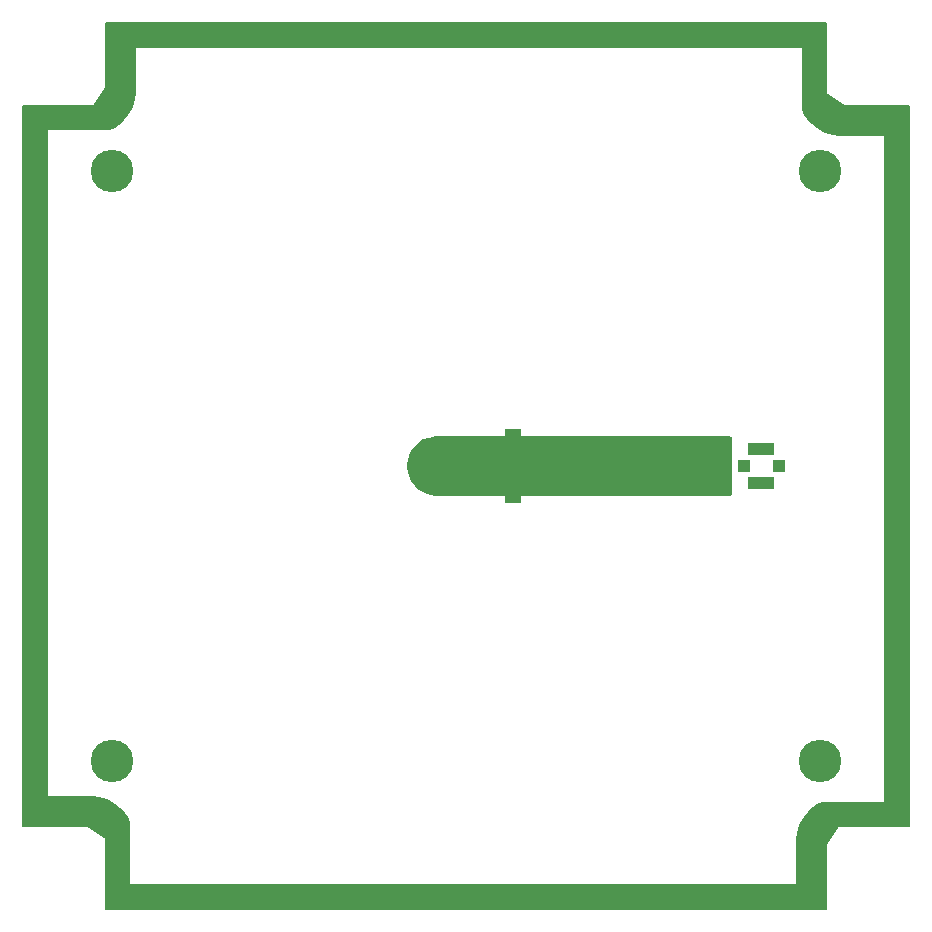
<source format=gts>
%TF.GenerationSoftware,KiCad,Pcbnew,8.0.1*%
%TF.CreationDate,2024-07-18T17:37:03+01:00*%
%TF.ProjectId,patch-antenna-board,70617463-682d-4616-9e74-656e6e612d62,rev?*%
%TF.SameCoordinates,Original*%
%TF.FileFunction,Soldermask,Top*%
%TF.FilePolarity,Negative*%
%FSLAX46Y46*%
G04 Gerber Fmt 4.6, Leading zero omitted, Abs format (unit mm)*
G04 Created by KiCad (PCBNEW 8.0.1) date 2024-07-18 17:37:03*
%MOMM*%
%LPD*%
G01*
G04 APERTURE LIST*
G04 Aperture macros list*
%AMRoundRect*
0 Rectangle with rounded corners*
0 $1 Rounding radius*
0 $2 $3 $4 $5 $6 $7 $8 $9 X,Y pos of 4 corners*
0 Add a 4 corners polygon primitive as box body*
4,1,4,$2,$3,$4,$5,$6,$7,$8,$9,$2,$3,0*
0 Add four circle primitives for the rounded corners*
1,1,$1+$1,$2,$3*
1,1,$1+$1,$4,$5*
1,1,$1+$1,$6,$7*
1,1,$1+$1,$8,$9*
0 Add four rect primitives between the rounded corners*
20,1,$1+$1,$2,$3,$4,$5,0*
20,1,$1+$1,$4,$5,$6,$7,0*
20,1,$1+$1,$6,$7,$8,$9,0*
20,1,$1+$1,$8,$9,$2,$3,0*%
G04 Aperture macros list end*
%ADD10C,0.150000*%
%ADD11RoundRect,0.224390X0.475610X-0.235610X0.475610X0.235610X-0.475610X0.235610X-0.475610X-0.235610X0*%
%ADD12RoundRect,0.224390X-0.235610X-0.475610X0.235610X-0.475610X0.235610X0.475610X-0.235610X0.475610X0*%
%ADD13R,1.000000X1.000000*%
%ADD14R,2.200000X1.050000*%
%ADD15C,1.600000*%
%ADD16C,2.500000*%
%ADD17C,3.600000*%
G04 APERTURE END LIST*
D10*
X62500000Y-69500000D02*
X64500000Y-69500000D01*
X64500000Y-130500000D01*
X62500000Y-130500000D01*
X62500000Y-69500000D01*
G36*
X62500000Y-69500000D02*
G01*
X64500000Y-69500000D01*
X64500000Y-130500000D01*
X62500000Y-130500000D01*
X62500000Y-69500000D01*
G37*
X72000000Y-68500000D02*
X71800000Y-69300000D01*
X71600000Y-69800000D01*
X71200000Y-70400000D01*
X70800000Y-70900000D01*
X70300000Y-71300000D01*
X69900000Y-71500000D01*
X62500000Y-71500000D01*
X62500000Y-69500000D01*
X68500000Y-69500000D01*
X69500000Y-68000000D01*
X69500000Y-62500000D01*
X72000000Y-62500000D01*
X72000000Y-68500000D01*
G36*
X72000000Y-68500000D02*
G01*
X71800000Y-69300000D01*
X71600000Y-69800000D01*
X71200000Y-70400000D01*
X70800000Y-70900000D01*
X70300000Y-71300000D01*
X69900000Y-71500000D01*
X62500000Y-71500000D01*
X62500000Y-69500000D01*
X68500000Y-69500000D01*
X69500000Y-68000000D01*
X69500000Y-62500000D01*
X72000000Y-62500000D01*
X72000000Y-68500000D01*
G37*
X69300000Y-128200000D02*
X69800000Y-128400000D01*
X70400000Y-128800000D01*
X70900000Y-129200000D01*
X71300000Y-129700000D01*
X71500000Y-130100000D01*
X71500000Y-137500000D01*
X69500000Y-137500000D01*
X69500000Y-131500000D01*
X68000000Y-130500000D01*
X62500000Y-130500000D01*
X62500000Y-128000000D01*
X68500000Y-128000000D01*
X69300000Y-128200000D01*
G36*
X69300000Y-128200000D02*
G01*
X69800000Y-128400000D01*
X70400000Y-128800000D01*
X70900000Y-129200000D01*
X71300000Y-129700000D01*
X71500000Y-130100000D01*
X71500000Y-137500000D01*
X69500000Y-137500000D01*
X69500000Y-131500000D01*
X68000000Y-130500000D01*
X62500000Y-130500000D01*
X62500000Y-128000000D01*
X68500000Y-128000000D01*
X69300000Y-128200000D01*
G37*
X69500000Y-62500000D02*
X130500000Y-62500000D01*
X130500000Y-64500000D01*
X69500000Y-64500000D01*
X69500000Y-62500000D01*
G36*
X69500000Y-62500000D02*
G01*
X130500000Y-62500000D01*
X130500000Y-64500000D01*
X69500000Y-64500000D01*
X69500000Y-62500000D01*
G37*
X130500000Y-68500000D02*
X132000000Y-69500000D01*
X137500000Y-69500000D01*
X137500000Y-72000000D01*
X131500000Y-72000000D01*
X130700000Y-71800000D01*
X130200000Y-71600000D01*
X129600000Y-71200000D01*
X129100000Y-70800000D01*
X128700000Y-70300000D01*
X128500000Y-69900000D01*
X128500000Y-62500000D01*
X130500000Y-62500000D01*
X130500000Y-68500000D01*
G36*
X130500000Y-68500000D02*
G01*
X132000000Y-69500000D01*
X137500000Y-69500000D01*
X137500000Y-72000000D01*
X131500000Y-72000000D01*
X130700000Y-71800000D01*
X130200000Y-71600000D01*
X129600000Y-71200000D01*
X129100000Y-70800000D01*
X128700000Y-70300000D01*
X128500000Y-69900000D01*
X128500000Y-62500000D01*
X130500000Y-62500000D01*
X130500000Y-68500000D01*
G37*
X137500000Y-130500000D02*
X135500000Y-130500000D01*
X135500000Y-111000000D01*
X135500000Y-110500000D01*
X135500000Y-103500000D01*
X135500000Y-103000000D01*
X135500000Y-69500000D01*
X137500000Y-69500000D01*
X137500000Y-130500000D01*
G36*
X137500000Y-130500000D02*
G01*
X135500000Y-130500000D01*
X135500000Y-111000000D01*
X135500000Y-110500000D01*
X135500000Y-103500000D01*
X135500000Y-103000000D01*
X135500000Y-69500000D01*
X137500000Y-69500000D01*
X137500000Y-130500000D01*
G37*
X69500000Y-135500000D02*
X130500000Y-135500000D01*
X130500000Y-137500000D01*
X69500000Y-137500000D01*
X69500000Y-135500000D01*
G36*
X69500000Y-135500000D02*
G01*
X130500000Y-135500000D01*
X130500000Y-137500000D01*
X69500000Y-137500000D01*
X69500000Y-135500000D01*
G37*
X137500000Y-130500000D02*
X131500000Y-130500000D01*
X130500000Y-132000000D01*
X130500000Y-137500000D01*
X128000000Y-137500000D01*
X128000000Y-131500000D01*
X128200000Y-130700000D01*
X128400000Y-130200000D01*
X128800000Y-129600000D01*
X129200000Y-129100000D01*
X129700000Y-128700000D01*
X130100000Y-128500000D01*
X137500000Y-128500000D01*
X137500000Y-130500000D01*
G36*
X137500000Y-130500000D02*
G01*
X131500000Y-130500000D01*
X130500000Y-132000000D01*
X130500000Y-137500000D01*
X128000000Y-137500000D01*
X128000000Y-131500000D01*
X128200000Y-130700000D01*
X128400000Y-130200000D01*
X128800000Y-129600000D01*
X129200000Y-129100000D01*
X129700000Y-128700000D01*
X130100000Y-128500000D01*
X137500000Y-128500000D01*
X137500000Y-130500000D01*
G37*
D11*
%TO.C,R3*%
X104000000Y-97287500D03*
X104000000Y-99212500D03*
%TD*%
%TO.C,R2*%
X104000000Y-100787500D03*
X104000000Y-102712500D03*
%TD*%
D12*
%TO.C,R1*%
X99537500Y-100000000D03*
X101462500Y-100000000D03*
%TD*%
D13*
%TO.C,J1*%
X123500000Y-100000000D03*
D14*
X125000000Y-98525000D03*
D13*
X126500000Y-100000000D03*
D14*
X125000000Y-101475000D03*
%TD*%
D15*
%TO.C,ANT1*%
X97500000Y-100000000D03*
D16*
X97500000Y-100000000D03*
%TD*%
D17*
%TO.C,H1*%
X70000000Y-125000000D03*
%TD*%
%TO.C,H2*%
X70000000Y-75000000D03*
%TD*%
%TO.C,H3*%
X130000000Y-75000000D03*
%TD*%
%TO.C,H4*%
X130000000Y-125000000D03*
%TD*%
G36*
X122443039Y-97519685D02*
G01*
X122488794Y-97572489D01*
X122500000Y-97624000D01*
X122500000Y-102376000D01*
X122480315Y-102443039D01*
X122427511Y-102488794D01*
X122376000Y-102500000D01*
X97506188Y-102500000D01*
X97493849Y-102499385D01*
X97011863Y-102451186D01*
X96988571Y-102446571D01*
X96512860Y-102303858D01*
X96488271Y-102293484D01*
X96061518Y-102056399D01*
X96040083Y-102041322D01*
X95659760Y-101708539D01*
X95642215Y-101689620D01*
X95358416Y-101311222D01*
X95344303Y-101287183D01*
X95153528Y-100857938D01*
X95147612Y-100841643D01*
X95052327Y-100508147D01*
X95048802Y-100491617D01*
X95001246Y-100158722D01*
X95000000Y-100141186D01*
X95000000Y-99860263D01*
X95001687Y-99839878D01*
X95049185Y-99554887D01*
X95051200Y-99545198D01*
X95147959Y-99158161D01*
X95153126Y-99142182D01*
X95245887Y-98910281D01*
X95255866Y-98890614D01*
X95495521Y-98507165D01*
X95505414Y-98493502D01*
X95742783Y-98208659D01*
X95758659Y-98192783D01*
X96041614Y-97956987D01*
X96059476Y-97944584D01*
X96391346Y-97754944D01*
X96409328Y-97746501D01*
X96791856Y-97603054D01*
X96808496Y-97598112D01*
X97236712Y-97502953D01*
X97263611Y-97500000D01*
X122376000Y-97500000D01*
X122443039Y-97519685D01*
G37*
M02*

</source>
